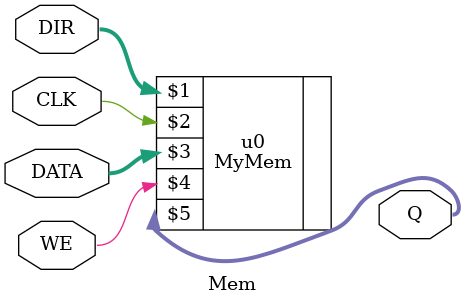
<source format=v>
module Mem(
input 				CLK, WE,
input 	[4:0]		DIR,
input 	[7:0]		DATA,
output	[7:0]		Q
);

MyMem u0(DIR, CLK, DATA, WE, Q);

endmodule 
</source>
